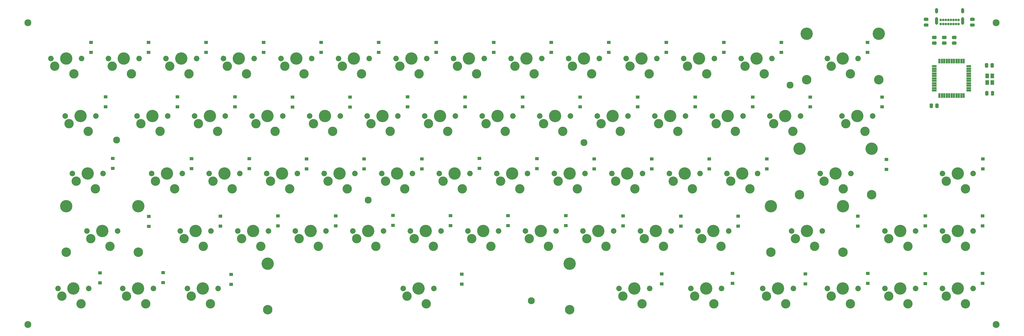
<source format=gbs>
%TF.GenerationSoftware,KiCad,Pcbnew,(5.1.6)-1*%
%TF.CreationDate,2020-07-27T20:44:57-04:00*%
%TF.ProjectId,keyboard,6b657962-6f61-4726-942e-6b696361645f,rev?*%
%TF.SameCoordinates,Original*%
%TF.FileFunction,Soldermask,Bot*%
%TF.FilePolarity,Negative*%
%FSLAX46Y46*%
G04 Gerber Fmt 4.6, Leading zero omitted, Abs format (unit mm)*
G04 Created by KiCad (PCBNEW (5.1.6)-1) date 2020-07-27 20:44:57*
%MOMM*%
%LPD*%
G01*
G04 APERTURE LIST*
%ADD10C,2.300000*%
%ADD11C,4.087800*%
%ADD12C,3.148000*%
%ADD13C,1.850000*%
%ADD14C,3.100000*%
%ADD15R,1.300000X1.500000*%
%ADD16R,1.600000X0.650000*%
%ADD17R,0.650000X1.600000*%
%ADD18O,1.000000X1.800000*%
%ADD19O,1.000000X2.500000*%
%ADD20C,0.800000*%
%ADD21R,1.300000X1.000000*%
G04 APERTURE END LIST*
D10*
%TO.C,M2_2.2mm*%
X149225000Y-159543750D03*
%TD*%
%TO.C,M2_2.2mm*%
X220662500Y-140493750D03*
%TD*%
%TO.C,M2_2.2mm*%
X288925000Y-121443750D03*
%TD*%
%TO.C,M2_2.2mm*%
X65881250Y-139700000D03*
%TD*%
%TO.C,M2_2.2mm*%
X203200000Y-192913000D03*
%TD*%
%TO.C,M2_2.2mm*%
X357187500Y-100806250D03*
%TD*%
%TO.C,M2_2.2mm*%
X357187500Y-200818750D03*
%TD*%
%TO.C,M2_2.2mm*%
X36512500Y-100806250D03*
%TD*%
%TO.C,M2_2.2mm*%
X36512500Y-200818750D03*
%TD*%
D11*
%TO.C,MX41*%
X292068250Y-142557500D03*
X315944250Y-142557500D03*
D12*
X292068250Y-157797500D03*
X315944250Y-157797500D03*
D13*
X309086250Y-150812500D03*
X298926250Y-150812500D03*
D14*
X300196250Y-153352500D03*
D11*
X304006250Y-150812500D03*
D14*
X306546250Y-155892500D03*
%TD*%
D15*
%TO.C,Y1*%
X355854000Y-120650000D03*
X355854000Y-118450000D03*
X354154000Y-118450000D03*
X354154000Y-120650000D03*
%TD*%
D16*
%TO.C,U1*%
X336692000Y-115253000D03*
X336692000Y-116053000D03*
X336692000Y-116853000D03*
X336692000Y-117653000D03*
X336692000Y-118453000D03*
X336692000Y-119253000D03*
X336692000Y-120053000D03*
X336692000Y-120853000D03*
X336692000Y-121653000D03*
X336692000Y-122453000D03*
X336692000Y-123253000D03*
D17*
X338392000Y-124953000D03*
X339192000Y-124953000D03*
X339992000Y-124953000D03*
X340792000Y-124953000D03*
X341592000Y-124953000D03*
X342392000Y-124953000D03*
X343192000Y-124953000D03*
X343992000Y-124953000D03*
X344792000Y-124953000D03*
X345592000Y-124953000D03*
X346392000Y-124953000D03*
D16*
X348092000Y-123253000D03*
X348092000Y-122453000D03*
X348092000Y-121653000D03*
X348092000Y-120853000D03*
X348092000Y-120053000D03*
X348092000Y-119253000D03*
X348092000Y-118453000D03*
X348092000Y-117653000D03*
X348092000Y-116853000D03*
X348092000Y-116053000D03*
X348092000Y-115253000D03*
D17*
X346392000Y-113553000D03*
X345592000Y-113553000D03*
X344792000Y-113553000D03*
X343992000Y-113553000D03*
X343192000Y-113553000D03*
X342392000Y-113553000D03*
X341592000Y-113553000D03*
X340792000Y-113553000D03*
X339992000Y-113553000D03*
X339192000Y-113553000D03*
X338392000Y-113553000D03*
%TD*%
%TO.C,R6*%
G36*
G01*
X349763000Y-100230750D02*
X348800500Y-100230750D01*
G75*
G02*
X348531750Y-99962000I0J268750D01*
G01*
X348531750Y-99424500D01*
G75*
G02*
X348800500Y-99155750I268750J0D01*
G01*
X349763000Y-99155750D01*
G75*
G02*
X350031750Y-99424500I0J-268750D01*
G01*
X350031750Y-99962000D01*
G75*
G02*
X349763000Y-100230750I-268750J0D01*
G01*
G37*
G36*
G01*
X349763000Y-102105750D02*
X348800500Y-102105750D01*
G75*
G02*
X348531750Y-101837000I0J268750D01*
G01*
X348531750Y-101299500D01*
G75*
G02*
X348800500Y-101030750I268750J0D01*
G01*
X349763000Y-101030750D01*
G75*
G02*
X350031750Y-101299500I0J-268750D01*
G01*
X350031750Y-101837000D01*
G75*
G02*
X349763000Y-102105750I-268750J0D01*
G01*
G37*
%TD*%
%TO.C,R5*%
G36*
G01*
X333497000Y-101030750D02*
X334459500Y-101030750D01*
G75*
G02*
X334728250Y-101299500I0J-268750D01*
G01*
X334728250Y-101837000D01*
G75*
G02*
X334459500Y-102105750I-268750J0D01*
G01*
X333497000Y-102105750D01*
G75*
G02*
X333228250Y-101837000I0J268750D01*
G01*
X333228250Y-101299500D01*
G75*
G02*
X333497000Y-101030750I268750J0D01*
G01*
G37*
G36*
G01*
X333497000Y-99155750D02*
X334459500Y-99155750D01*
G75*
G02*
X334728250Y-99424500I0J-268750D01*
G01*
X334728250Y-99962000D01*
G75*
G02*
X334459500Y-100230750I-268750J0D01*
G01*
X333497000Y-100230750D01*
G75*
G02*
X333228250Y-99962000I0J268750D01*
G01*
X333228250Y-99424500D01*
G75*
G02*
X333497000Y-99155750I268750J0D01*
G01*
G37*
%TD*%
%TO.C,R1*%
G36*
G01*
X337028500Y-128802050D02*
X337028500Y-127839550D01*
G75*
G02*
X337297250Y-127570800I268750J0D01*
G01*
X337834750Y-127570800D01*
G75*
G02*
X338103500Y-127839550I0J-268750D01*
G01*
X338103500Y-128802050D01*
G75*
G02*
X337834750Y-129070800I-268750J0D01*
G01*
X337297250Y-129070800D01*
G75*
G02*
X337028500Y-128802050I0J268750D01*
G01*
G37*
G36*
G01*
X335153500Y-128802050D02*
X335153500Y-127839550D01*
G75*
G02*
X335422250Y-127570800I268750J0D01*
G01*
X335959750Y-127570800D01*
G75*
G02*
X336228500Y-127839550I0J-268750D01*
G01*
X336228500Y-128802050D01*
G75*
G02*
X335959750Y-129070800I-268750J0D01*
G01*
X335422250Y-129070800D01*
G75*
G02*
X335153500Y-128802050I0J268750D01*
G01*
G37*
%TD*%
D13*
%TO.C,MX66*%
X349567500Y-188912500D03*
X339407500Y-188912500D03*
D14*
X340677500Y-191452500D03*
D11*
X344487500Y-188912500D03*
D14*
X347027500Y-193992500D03*
%TD*%
D13*
%TO.C,MX65*%
X330517500Y-188912500D03*
X320357500Y-188912500D03*
D14*
X321627500Y-191452500D03*
D11*
X325437500Y-188912500D03*
D14*
X327977500Y-193992500D03*
%TD*%
D13*
%TO.C,MX64*%
X311467500Y-188912500D03*
X301307500Y-188912500D03*
D14*
X302577500Y-191452500D03*
D11*
X306387500Y-188912500D03*
D14*
X308927500Y-193992500D03*
%TD*%
D13*
%TO.C,MX63*%
X290036250Y-188912500D03*
X279876250Y-188912500D03*
D14*
X281146250Y-191452500D03*
D11*
X284956250Y-188912500D03*
D14*
X287496250Y-193992500D03*
%TD*%
D13*
%TO.C,MX62*%
X266223750Y-188912500D03*
X256063750Y-188912500D03*
D14*
X257333750Y-191452500D03*
D11*
X261143750Y-188912500D03*
D14*
X263683750Y-193992500D03*
%TD*%
D13*
%TO.C,MX61*%
X242411250Y-188912500D03*
X232251250Y-188912500D03*
D14*
X233521250Y-191452500D03*
D11*
X237331250Y-188912500D03*
D14*
X239871250Y-193992500D03*
%TD*%
D11*
%TO.C,MX60*%
X115893850Y-180657500D03*
X215893650Y-180657500D03*
D12*
X115893850Y-195897500D03*
X215893650Y-195897500D03*
D13*
X170973750Y-188912500D03*
X160813750Y-188912500D03*
D14*
X162083750Y-191452500D03*
D11*
X165893750Y-188912500D03*
D14*
X168433750Y-193992500D03*
%TD*%
D13*
%TO.C,MX59*%
X99536250Y-188912500D03*
X89376250Y-188912500D03*
D14*
X90646250Y-191452500D03*
D11*
X94456250Y-188912500D03*
D14*
X96996250Y-193992500D03*
%TD*%
D13*
%TO.C,MX58*%
X78105000Y-188912500D03*
X67945000Y-188912500D03*
D14*
X69215000Y-191452500D03*
D11*
X73025000Y-188912500D03*
D14*
X75565000Y-193992500D03*
%TD*%
D13*
%TO.C,MX57*%
X56673750Y-188912500D03*
X46513750Y-188912500D03*
D14*
X47783750Y-191452500D03*
D11*
X51593750Y-188912500D03*
D14*
X54133750Y-193992500D03*
%TD*%
D13*
%TO.C,MX56*%
X349567500Y-169862500D03*
X339407500Y-169862500D03*
D14*
X340677500Y-172402500D03*
D11*
X344487500Y-169862500D03*
D14*
X347027500Y-174942500D03*
%TD*%
D13*
%TO.C,MX55*%
X330517500Y-169862500D03*
X320357500Y-169862500D03*
D14*
X321627500Y-172402500D03*
D11*
X325437500Y-169862500D03*
D14*
X327977500Y-174942500D03*
%TD*%
D11*
%TO.C,MX54*%
X282543250Y-161607500D03*
X306419250Y-161607500D03*
D12*
X282543250Y-176847500D03*
X306419250Y-176847500D03*
D13*
X299561250Y-169862500D03*
X289401250Y-169862500D03*
D14*
X290671250Y-172402500D03*
D11*
X294481250Y-169862500D03*
D14*
X297021250Y-174942500D03*
%TD*%
D13*
%TO.C,MX53*%
X268605000Y-169862500D03*
X258445000Y-169862500D03*
D14*
X259715000Y-172402500D03*
D11*
X263525000Y-169862500D03*
D14*
X266065000Y-174942500D03*
%TD*%
D13*
%TO.C,MX52*%
X249555000Y-169862500D03*
X239395000Y-169862500D03*
D14*
X240665000Y-172402500D03*
D11*
X244475000Y-169862500D03*
D14*
X247015000Y-174942500D03*
%TD*%
D13*
%TO.C,MX51*%
X230505000Y-169862500D03*
X220345000Y-169862500D03*
D14*
X221615000Y-172402500D03*
D11*
X225425000Y-169862500D03*
D14*
X227965000Y-174942500D03*
%TD*%
D13*
%TO.C,MX50*%
X211455000Y-169862500D03*
X201295000Y-169862500D03*
D14*
X202565000Y-172402500D03*
D11*
X206375000Y-169862500D03*
D14*
X208915000Y-174942500D03*
%TD*%
D13*
%TO.C,MX49*%
X192405000Y-169862500D03*
X182245000Y-169862500D03*
D14*
X183515000Y-172402500D03*
D11*
X187325000Y-169862500D03*
D14*
X189865000Y-174942500D03*
%TD*%
D13*
%TO.C,MX48*%
X173355000Y-169862500D03*
X163195000Y-169862500D03*
D14*
X164465000Y-172402500D03*
D11*
X168275000Y-169862500D03*
D14*
X170815000Y-174942500D03*
%TD*%
D13*
%TO.C,MX47*%
X154305000Y-169862500D03*
X144145000Y-169862500D03*
D14*
X145415000Y-172402500D03*
D11*
X149225000Y-169862500D03*
D14*
X151765000Y-174942500D03*
%TD*%
D13*
%TO.C,MX46*%
X135255000Y-169862500D03*
X125095000Y-169862500D03*
D14*
X126365000Y-172402500D03*
D11*
X130175000Y-169862500D03*
D14*
X132715000Y-174942500D03*
%TD*%
D13*
%TO.C,MX45*%
X116205000Y-169862500D03*
X106045000Y-169862500D03*
D14*
X107315000Y-172402500D03*
D11*
X111125000Y-169862500D03*
D14*
X113665000Y-174942500D03*
%TD*%
D13*
%TO.C,MX44*%
X97155000Y-169862500D03*
X86995000Y-169862500D03*
D14*
X88265000Y-172402500D03*
D11*
X92075000Y-169862500D03*
D14*
X94615000Y-174942500D03*
%TD*%
D11*
%TO.C,MX43*%
X49180750Y-161607500D03*
X73056750Y-161607500D03*
D12*
X49180750Y-176847500D03*
X73056750Y-176847500D03*
D13*
X66198750Y-169862500D03*
X56038750Y-169862500D03*
D14*
X57308750Y-172402500D03*
D11*
X61118750Y-169862500D03*
D14*
X63658750Y-174942500D03*
%TD*%
D13*
%TO.C,MX42*%
X349567500Y-150812500D03*
X339407500Y-150812500D03*
D14*
X340677500Y-153352500D03*
D11*
X344487500Y-150812500D03*
D14*
X347027500Y-155892500D03*
%TD*%
D13*
%TO.C,MX40*%
X278130000Y-150812500D03*
X267970000Y-150812500D03*
D14*
X269240000Y-153352500D03*
D11*
X273050000Y-150812500D03*
D14*
X275590000Y-155892500D03*
%TD*%
D13*
%TO.C,MX39*%
X259080000Y-150812500D03*
X248920000Y-150812500D03*
D14*
X250190000Y-153352500D03*
D11*
X254000000Y-150812500D03*
D14*
X256540000Y-155892500D03*
%TD*%
D13*
%TO.C,MX38*%
X240030000Y-150812500D03*
X229870000Y-150812500D03*
D14*
X231140000Y-153352500D03*
D11*
X234950000Y-150812500D03*
D14*
X237490000Y-155892500D03*
%TD*%
D13*
%TO.C,MX37*%
X220980000Y-150812500D03*
X210820000Y-150812500D03*
D14*
X212090000Y-153352500D03*
D11*
X215900000Y-150812500D03*
D14*
X218440000Y-155892500D03*
%TD*%
D13*
%TO.C,MX36*%
X201930000Y-150812500D03*
X191770000Y-150812500D03*
D14*
X193040000Y-153352500D03*
D11*
X196850000Y-150812500D03*
D14*
X199390000Y-155892500D03*
%TD*%
D13*
%TO.C,MX35*%
X182880000Y-150812500D03*
X172720000Y-150812500D03*
D14*
X173990000Y-153352500D03*
D11*
X177800000Y-150812500D03*
D14*
X180340000Y-155892500D03*
%TD*%
D13*
%TO.C,MX34*%
X163830000Y-150812500D03*
X153670000Y-150812500D03*
D14*
X154940000Y-153352500D03*
D11*
X158750000Y-150812500D03*
D14*
X161290000Y-155892500D03*
%TD*%
D13*
%TO.C,MX33*%
X144780000Y-150812500D03*
X134620000Y-150812500D03*
D14*
X135890000Y-153352500D03*
D11*
X139700000Y-150812500D03*
D14*
X142240000Y-155892500D03*
%TD*%
D13*
%TO.C,MX32*%
X125730000Y-150812500D03*
X115570000Y-150812500D03*
D14*
X116840000Y-153352500D03*
D11*
X120650000Y-150812500D03*
D14*
X123190000Y-155892500D03*
%TD*%
D13*
%TO.C,MX31*%
X106680000Y-150812500D03*
X96520000Y-150812500D03*
D14*
X97790000Y-153352500D03*
D11*
X101600000Y-150812500D03*
D14*
X104140000Y-155892500D03*
%TD*%
D13*
%TO.C,MX30*%
X87630000Y-150812500D03*
X77470000Y-150812500D03*
D14*
X78740000Y-153352500D03*
D11*
X82550000Y-150812500D03*
D14*
X85090000Y-155892500D03*
%TD*%
D13*
%TO.C,MX29*%
X61436250Y-150812500D03*
X51276250Y-150812500D03*
D14*
X52546250Y-153352500D03*
D11*
X56356250Y-150812500D03*
D14*
X58896250Y-155892500D03*
%TD*%
D13*
%TO.C,MX28*%
X316230000Y-131762500D03*
X306070000Y-131762500D03*
D14*
X307340000Y-134302500D03*
D11*
X311150000Y-131762500D03*
D14*
X313690000Y-136842500D03*
%TD*%
D13*
%TO.C,MX27*%
X292417500Y-131762500D03*
X282257500Y-131762500D03*
D14*
X283527500Y-134302500D03*
D11*
X287337500Y-131762500D03*
D14*
X289877500Y-136842500D03*
%TD*%
D13*
%TO.C,MX26*%
X273367500Y-131762500D03*
X263207500Y-131762500D03*
D14*
X264477500Y-134302500D03*
D11*
X268287500Y-131762500D03*
D14*
X270827500Y-136842500D03*
%TD*%
D13*
%TO.C,MX25*%
X254317500Y-131762500D03*
X244157500Y-131762500D03*
D14*
X245427500Y-134302500D03*
D11*
X249237500Y-131762500D03*
D14*
X251777500Y-136842500D03*
%TD*%
D13*
%TO.C,MX24*%
X235267500Y-131762500D03*
X225107500Y-131762500D03*
D14*
X226377500Y-134302500D03*
D11*
X230187500Y-131762500D03*
D14*
X232727500Y-136842500D03*
%TD*%
D13*
%TO.C,MX23*%
X216217500Y-131762500D03*
X206057500Y-131762500D03*
D14*
X207327500Y-134302500D03*
D11*
X211137500Y-131762500D03*
D14*
X213677500Y-136842500D03*
%TD*%
D13*
%TO.C,MX22*%
X197167500Y-131762500D03*
X187007500Y-131762500D03*
D14*
X188277500Y-134302500D03*
D11*
X192087500Y-131762500D03*
D14*
X194627500Y-136842500D03*
%TD*%
D13*
%TO.C,MX21*%
X178117500Y-131762500D03*
X167957500Y-131762500D03*
D14*
X169227500Y-134302500D03*
D11*
X173037500Y-131762500D03*
D14*
X175577500Y-136842500D03*
%TD*%
D13*
%TO.C,MX20*%
X159067500Y-131762500D03*
X148907500Y-131762500D03*
D14*
X150177500Y-134302500D03*
D11*
X153987500Y-131762500D03*
D14*
X156527500Y-136842500D03*
%TD*%
D13*
%TO.C,MX19*%
X140017500Y-131762500D03*
X129857500Y-131762500D03*
D14*
X131127500Y-134302500D03*
D11*
X134937500Y-131762500D03*
D14*
X137477500Y-136842500D03*
%TD*%
D13*
%TO.C,MX18*%
X120967500Y-131762500D03*
X110807500Y-131762500D03*
D14*
X112077500Y-134302500D03*
D11*
X115887500Y-131762500D03*
D14*
X118427500Y-136842500D03*
%TD*%
D13*
%TO.C,MX17*%
X101917500Y-131762500D03*
X91757500Y-131762500D03*
D14*
X93027500Y-134302500D03*
D11*
X96837500Y-131762500D03*
D14*
X99377500Y-136842500D03*
%TD*%
D13*
%TO.C,MX16*%
X82867500Y-131762500D03*
X72707500Y-131762500D03*
D14*
X73977500Y-134302500D03*
D11*
X77787500Y-131762500D03*
D14*
X80327500Y-136842500D03*
%TD*%
D13*
%TO.C,MX15*%
X59055000Y-131762500D03*
X48895000Y-131762500D03*
D14*
X50165000Y-134302500D03*
D11*
X53975000Y-131762500D03*
D14*
X56515000Y-136842500D03*
%TD*%
D11*
%TO.C,MX14*%
X294449500Y-104457500D03*
X318325500Y-104457500D03*
D12*
X294449500Y-119697500D03*
X318325500Y-119697500D03*
D13*
X311467500Y-112712500D03*
X301307500Y-112712500D03*
D14*
X302577500Y-115252500D03*
D11*
X306387500Y-112712500D03*
D14*
X308927500Y-117792500D03*
%TD*%
D13*
%TO.C,MX13*%
X282892500Y-112712500D03*
X272732500Y-112712500D03*
D14*
X274002500Y-115252500D03*
D11*
X277812500Y-112712500D03*
D14*
X280352500Y-117792500D03*
%TD*%
D13*
%TO.C,MX12*%
X263842500Y-112712500D03*
X253682500Y-112712500D03*
D14*
X254952500Y-115252500D03*
D11*
X258762500Y-112712500D03*
D14*
X261302500Y-117792500D03*
%TD*%
D13*
%TO.C,MX11*%
X244792500Y-112712500D03*
X234632500Y-112712500D03*
D14*
X235902500Y-115252500D03*
D11*
X239712500Y-112712500D03*
D14*
X242252500Y-117792500D03*
%TD*%
D13*
%TO.C,MX10*%
X225742500Y-112712500D03*
X215582500Y-112712500D03*
D14*
X216852500Y-115252500D03*
D11*
X220662500Y-112712500D03*
D14*
X223202500Y-117792500D03*
%TD*%
D13*
%TO.C,MX9*%
X206692500Y-112712500D03*
X196532500Y-112712500D03*
D14*
X197802500Y-115252500D03*
D11*
X201612500Y-112712500D03*
D14*
X204152500Y-117792500D03*
%TD*%
D13*
%TO.C,MX8*%
X187642500Y-112712500D03*
X177482500Y-112712500D03*
D14*
X178752500Y-115252500D03*
D11*
X182562500Y-112712500D03*
D14*
X185102500Y-117792500D03*
%TD*%
D13*
%TO.C,MX7*%
X168592500Y-112712500D03*
X158432500Y-112712500D03*
D14*
X159702500Y-115252500D03*
D11*
X163512500Y-112712500D03*
D14*
X166052500Y-117792500D03*
%TD*%
D13*
%TO.C,MX6*%
X149542500Y-112712500D03*
X139382500Y-112712500D03*
D14*
X140652500Y-115252500D03*
D11*
X144462500Y-112712500D03*
D14*
X147002500Y-117792500D03*
%TD*%
D13*
%TO.C,MX5*%
X130492500Y-112712500D03*
X120332500Y-112712500D03*
D14*
X121602500Y-115252500D03*
D11*
X125412500Y-112712500D03*
D14*
X127952500Y-117792500D03*
%TD*%
D13*
%TO.C,MX4*%
X111442500Y-112712500D03*
X101282500Y-112712500D03*
D14*
X102552500Y-115252500D03*
D11*
X106362500Y-112712500D03*
D14*
X108902500Y-117792500D03*
%TD*%
D13*
%TO.C,MX3*%
X92392500Y-112712500D03*
X82232500Y-112712500D03*
D14*
X83502500Y-115252500D03*
D11*
X87312500Y-112712500D03*
D14*
X89852500Y-117792500D03*
%TD*%
D13*
%TO.C,MX2*%
X73342500Y-112712500D03*
X63182500Y-112712500D03*
D14*
X64452500Y-115252500D03*
D11*
X68262500Y-112712500D03*
D14*
X70802500Y-117792500D03*
%TD*%
D13*
%TO.C,MX1*%
X54292500Y-112712500D03*
X44132500Y-112712500D03*
D14*
X45402500Y-115252500D03*
D11*
X49212500Y-112712500D03*
D14*
X51752500Y-117792500D03*
%TD*%
D18*
%TO.C,J1*%
X346072500Y-96859000D03*
X337422500Y-96859000D03*
D19*
X346072500Y-100239000D03*
X337422500Y-100239000D03*
D20*
X342172500Y-99869000D03*
X344722500Y-99869000D03*
X343872500Y-99869000D03*
X343022500Y-99869000D03*
X338772500Y-99869000D03*
X340472500Y-99869000D03*
X341322500Y-99869000D03*
X339622500Y-99869000D03*
X344722500Y-101219000D03*
X343872500Y-101219000D03*
X343022500Y-101219000D03*
X342172500Y-101219000D03*
X341322500Y-101219000D03*
X340472500Y-101219000D03*
X339622500Y-101219000D03*
X338772500Y-101219000D03*
%TD*%
%TO.C,D69*%
G36*
G01*
X336195750Y-107031500D02*
X337158250Y-107031500D01*
G75*
G02*
X337427000Y-107300250I0J-268750D01*
G01*
X337427000Y-107837750D01*
G75*
G02*
X337158250Y-108106500I-268750J0D01*
G01*
X336195750Y-108106500D01*
G75*
G02*
X335927000Y-107837750I0J268750D01*
G01*
X335927000Y-107300250D01*
G75*
G02*
X336195750Y-107031500I268750J0D01*
G01*
G37*
G36*
G01*
X336195750Y-105156500D02*
X337158250Y-105156500D01*
G75*
G02*
X337427000Y-105425250I0J-268750D01*
G01*
X337427000Y-105962750D01*
G75*
G02*
X337158250Y-106231500I-268750J0D01*
G01*
X336195750Y-106231500D01*
G75*
G02*
X335927000Y-105962750I0J268750D01*
G01*
X335927000Y-105425250D01*
G75*
G02*
X336195750Y-105156500I268750J0D01*
G01*
G37*
%TD*%
%TO.C,D68*%
G36*
G01*
X339497750Y-107031500D02*
X340460250Y-107031500D01*
G75*
G02*
X340729000Y-107300250I0J-268750D01*
G01*
X340729000Y-107837750D01*
G75*
G02*
X340460250Y-108106500I-268750J0D01*
G01*
X339497750Y-108106500D01*
G75*
G02*
X339229000Y-107837750I0J268750D01*
G01*
X339229000Y-107300250D01*
G75*
G02*
X339497750Y-107031500I268750J0D01*
G01*
G37*
G36*
G01*
X339497750Y-105156500D02*
X340460250Y-105156500D01*
G75*
G02*
X340729000Y-105425250I0J-268750D01*
G01*
X340729000Y-105962750D01*
G75*
G02*
X340460250Y-106231500I-268750J0D01*
G01*
X339497750Y-106231500D01*
G75*
G02*
X339229000Y-105962750I0J268750D01*
G01*
X339229000Y-105425250D01*
G75*
G02*
X339497750Y-105156500I268750J0D01*
G01*
G37*
%TD*%
D21*
%TO.C,D66*%
X352679000Y-187198000D03*
X352679000Y-183898000D03*
%TD*%
%TO.C,D65*%
X333654400Y-187248800D03*
X333654400Y-183948800D03*
%TD*%
%TO.C,D64*%
X314629800Y-187172600D03*
X314629800Y-183872600D03*
%TD*%
%TO.C,D63*%
X293979600Y-187325000D03*
X293979600Y-184025000D03*
%TD*%
%TO.C,D62*%
X269849600Y-187172600D03*
X269849600Y-183872600D03*
%TD*%
%TO.C,D61*%
X246430800Y-187350400D03*
X246430800Y-184050400D03*
%TD*%
%TO.C,D60*%
X180213000Y-187450000D03*
X180213000Y-184150000D03*
%TD*%
%TO.C,D59*%
X103860600Y-187502800D03*
X103860600Y-184202800D03*
%TD*%
%TO.C,D58*%
X81280000Y-186944000D03*
X81280000Y-183644000D03*
%TD*%
%TO.C,D57*%
X60426600Y-187020200D03*
X60426600Y-183720200D03*
%TD*%
%TO.C,D56*%
X352653600Y-168122600D03*
X352653600Y-164822600D03*
%TD*%
%TO.C,D55*%
X333654400Y-168097200D03*
X333654400Y-164797200D03*
%TD*%
%TO.C,D54*%
X311353200Y-168198800D03*
X311353200Y-164898800D03*
%TD*%
%TO.C,D53*%
X271729200Y-168173400D03*
X271729200Y-164873400D03*
%TD*%
%TO.C,D52*%
X252730000Y-168198800D03*
X252730000Y-164898800D03*
%TD*%
%TO.C,D51*%
X233629200Y-168122600D03*
X233629200Y-164822600D03*
%TD*%
%TO.C,D50*%
X214630000Y-168021000D03*
X214630000Y-164721000D03*
%TD*%
%TO.C,D49*%
X195554600Y-168046400D03*
X195554600Y-164746400D03*
%TD*%
%TO.C,D48*%
X176504600Y-168071800D03*
X176504600Y-164771800D03*
%TD*%
%TO.C,D47*%
X157454600Y-167970200D03*
X157454600Y-164670200D03*
%TD*%
%TO.C,D46*%
X138430000Y-168097200D03*
X138430000Y-164797200D03*
%TD*%
%TO.C,D45*%
X119329200Y-168097200D03*
X119329200Y-164797200D03*
%TD*%
%TO.C,D44*%
X100304600Y-168173400D03*
X100304600Y-164873400D03*
%TD*%
%TO.C,D43*%
X76555600Y-168300400D03*
X76555600Y-165000400D03*
%TD*%
%TO.C,D42*%
X352704400Y-149273800D03*
X352704400Y-145973800D03*
%TD*%
%TO.C,D41*%
X320802000Y-149377400D03*
X320802000Y-146077400D03*
%TD*%
%TO.C,D40*%
X281228800Y-149273800D03*
X281228800Y-145973800D03*
%TD*%
%TO.C,D39*%
X262178800Y-149250400D03*
X262178800Y-145950400D03*
%TD*%
%TO.C,D38*%
X243128800Y-149250400D03*
X243128800Y-145950400D03*
%TD*%
%TO.C,D37*%
X224053400Y-149275800D03*
X224053400Y-145975800D03*
%TD*%
%TO.C,D36*%
X205079600Y-149199600D03*
X205079600Y-145899600D03*
%TD*%
%TO.C,D35*%
X186004200Y-149098000D03*
X186004200Y-145798000D03*
%TD*%
%TO.C,D34*%
X166954200Y-149250400D03*
X166954200Y-145950400D03*
%TD*%
%TO.C,D33*%
X147878800Y-149225000D03*
X147878800Y-145925000D03*
%TD*%
%TO.C,D32*%
X128828800Y-149250400D03*
X128828800Y-145950400D03*
%TD*%
%TO.C,D31*%
X109804200Y-149199600D03*
X109804200Y-145899600D03*
%TD*%
%TO.C,D30*%
X90728800Y-149174200D03*
X90728800Y-145874200D03*
%TD*%
%TO.C,D29*%
X64592200Y-149098000D03*
X64592200Y-145798000D03*
%TD*%
%TO.C,D28*%
X319405000Y-128714500D03*
X319405000Y-125414500D03*
%TD*%
%TO.C,D27*%
X295592500Y-128714500D03*
X295592500Y-125414500D03*
%TD*%
%TO.C,D26*%
X276542500Y-128714500D03*
X276542500Y-125414500D03*
%TD*%
%TO.C,D25*%
X257492500Y-128714500D03*
X257492500Y-125414500D03*
%TD*%
%TO.C,D24*%
X238442500Y-128714500D03*
X238442500Y-125414500D03*
%TD*%
%TO.C,D23*%
X219392500Y-128714500D03*
X219392500Y-125414500D03*
%TD*%
%TO.C,D22*%
X200342500Y-128714500D03*
X200342500Y-125414500D03*
%TD*%
%TO.C,D21*%
X181292500Y-128714500D03*
X181292500Y-125414500D03*
%TD*%
%TO.C,D20*%
X162242500Y-128713500D03*
X162242500Y-125413500D03*
%TD*%
%TO.C,D19*%
X143205200Y-128726200D03*
X143205200Y-125426200D03*
%TD*%
%TO.C,D18*%
X124129800Y-128726200D03*
X124129800Y-125426200D03*
%TD*%
%TO.C,D17*%
X105079800Y-128701800D03*
X105079800Y-125401800D03*
%TD*%
%TO.C,D16*%
X86055200Y-128700800D03*
X86055200Y-125400800D03*
%TD*%
%TO.C,D15*%
X62255400Y-128701800D03*
X62255400Y-125401800D03*
%TD*%
%TO.C,D14*%
X314579000Y-110617000D03*
X314579000Y-107317000D03*
%TD*%
%TO.C,D13*%
X286004000Y-110617000D03*
X286004000Y-107317000D03*
%TD*%
%TO.C,D12*%
X266954000Y-110617000D03*
X266954000Y-107317000D03*
%TD*%
%TO.C,D11*%
X247904000Y-110617000D03*
X247904000Y-107317000D03*
%TD*%
%TO.C,D10*%
X228854000Y-110617000D03*
X228854000Y-107317000D03*
%TD*%
%TO.C,D9*%
X209804000Y-110617000D03*
X209804000Y-107317000D03*
%TD*%
%TO.C,D8*%
X190754000Y-110617000D03*
X190754000Y-107317000D03*
%TD*%
%TO.C,D7*%
X171704000Y-110617000D03*
X171704000Y-107317000D03*
%TD*%
%TO.C,D6*%
X152654000Y-110617000D03*
X152654000Y-107317000D03*
%TD*%
%TO.C,D5*%
X133604000Y-110617000D03*
X133604000Y-107317000D03*
%TD*%
%TO.C,D4*%
X114554000Y-110617000D03*
X114554000Y-107317000D03*
%TD*%
%TO.C,D3*%
X95504000Y-110617000D03*
X95504000Y-107317000D03*
%TD*%
%TO.C,D2*%
X76454000Y-110616000D03*
X76454000Y-107316000D03*
%TD*%
%TO.C,D1*%
X57404000Y-110617000D03*
X57404000Y-107317000D03*
%TD*%
%TO.C,C8*%
G36*
G01*
X354516500Y-114453750D02*
X354516500Y-115416250D01*
G75*
G02*
X354247750Y-115685000I-268750J0D01*
G01*
X353710250Y-115685000D01*
G75*
G02*
X353441500Y-115416250I0J268750D01*
G01*
X353441500Y-114453750D01*
G75*
G02*
X353710250Y-114185000I268750J0D01*
G01*
X354247750Y-114185000D01*
G75*
G02*
X354516500Y-114453750I0J-268750D01*
G01*
G37*
G36*
G01*
X356391500Y-114453750D02*
X356391500Y-115416250D01*
G75*
G02*
X356122750Y-115685000I-268750J0D01*
G01*
X355585250Y-115685000D01*
G75*
G02*
X355316500Y-115416250I0J268750D01*
G01*
X355316500Y-114453750D01*
G75*
G02*
X355585250Y-114185000I268750J0D01*
G01*
X356122750Y-114185000D01*
G75*
G02*
X356391500Y-114453750I0J-268750D01*
G01*
G37*
%TD*%
%TO.C,C7*%
G36*
G01*
X355413500Y-124687250D02*
X355413500Y-123724750D01*
G75*
G02*
X355682250Y-123456000I268750J0D01*
G01*
X356219750Y-123456000D01*
G75*
G02*
X356488500Y-123724750I0J-268750D01*
G01*
X356488500Y-124687250D01*
G75*
G02*
X356219750Y-124956000I-268750J0D01*
G01*
X355682250Y-124956000D01*
G75*
G02*
X355413500Y-124687250I0J268750D01*
G01*
G37*
G36*
G01*
X353538500Y-124687250D02*
X353538500Y-123724750D01*
G75*
G02*
X353807250Y-123456000I268750J0D01*
G01*
X354344750Y-123456000D01*
G75*
G02*
X354613500Y-123724750I0J-268750D01*
G01*
X354613500Y-124687250D01*
G75*
G02*
X354344750Y-124956000I-268750J0D01*
G01*
X353807250Y-124956000D01*
G75*
G02*
X353538500Y-124687250I0J268750D01*
G01*
G37*
%TD*%
%TO.C,C1*%
G36*
G01*
X343762250Y-106231500D02*
X342799750Y-106231500D01*
G75*
G02*
X342531000Y-105962750I0J268750D01*
G01*
X342531000Y-105425250D01*
G75*
G02*
X342799750Y-105156500I268750J0D01*
G01*
X343762250Y-105156500D01*
G75*
G02*
X344031000Y-105425250I0J-268750D01*
G01*
X344031000Y-105962750D01*
G75*
G02*
X343762250Y-106231500I-268750J0D01*
G01*
G37*
G36*
G01*
X343762250Y-108106500D02*
X342799750Y-108106500D01*
G75*
G02*
X342531000Y-107837750I0J268750D01*
G01*
X342531000Y-107300250D01*
G75*
G02*
X342799750Y-107031500I268750J0D01*
G01*
X343762250Y-107031500D01*
G75*
G02*
X344031000Y-107300250I0J-268750D01*
G01*
X344031000Y-107837750D01*
G75*
G02*
X343762250Y-108106500I-268750J0D01*
G01*
G37*
%TD*%
M02*

</source>
